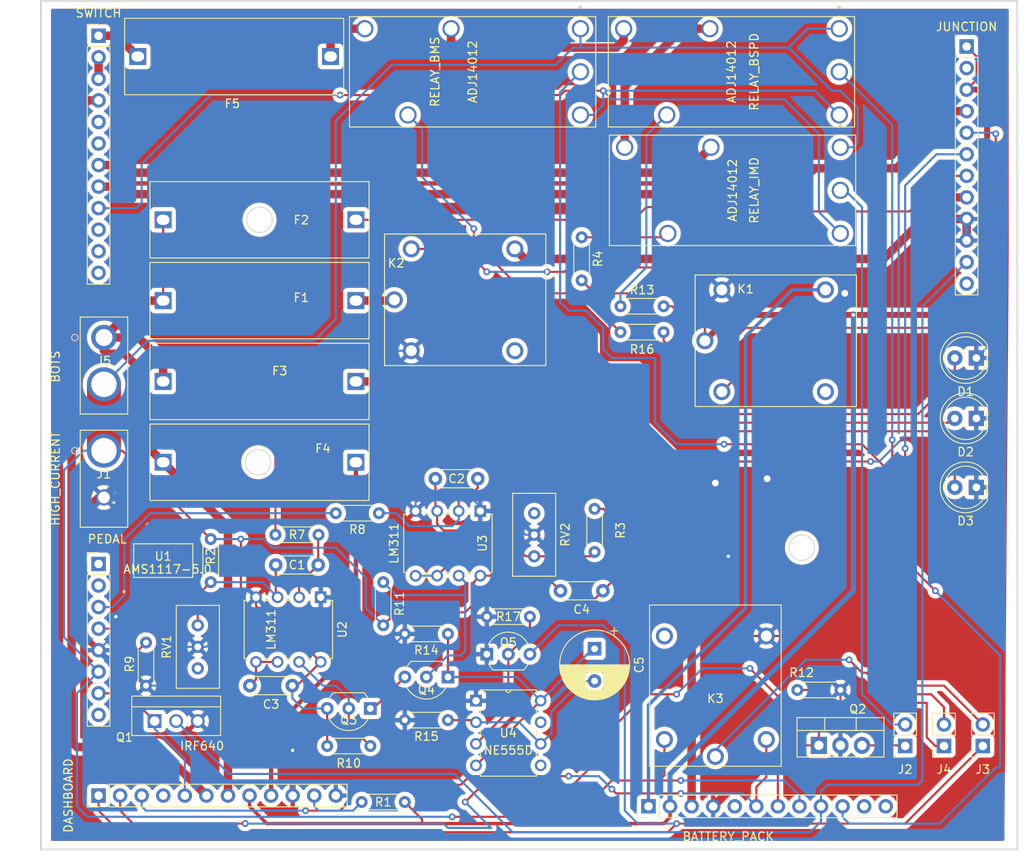
<source format=kicad_pcb>
(kicad_pcb (version 20211014) (generator pcbnew)
  (layers (0 "F.Cu" signal) (31 "B.Cu" signal) (34 "B.Paste" user) (35 "F.Paste" user) (36 "B.SilkS" user "B.Silkscreen") (37 "F.SilkS" user "F.Silkscreen") (38 "B.Mask" user) (39 "F.Mask" user) (44 "Edge.Cuts" user))
  (net 0 "")
  (net 1 "Net-(Q4-Pad2)")
  (net 2 "BOTS_IN")
  (net 3 "Net-(Q3-Pad2)")
  (net 4 "BRAKE_GND")
  (net 5 "BRAKE_OUT")
  (net 6 "Net-(C2-Pad1)")
  (net 7 "BRAKE")
  (net 8 "Net-(C1-Pad1)")
  (net 9 "Net-(R4-Pad1)")
  (net 10 "Net-(D1-Pad2)")
  (net 11 "Net-(C2-Pad2)")
  (net 12 "Net-(C1-Pad2)")
  (net 13 "AIR-_ACTIVE")
  (net 14 "HV_ACTIVE_LED")
  (net 15 "Net-(Q5-Pad2)")
  (net 16 "Net-(R16-Pad1)")
  (net 17 "Net-(D3-Pad2)")
  (net 18 "Net-(C5-Pad2)")
  (net 19 "Net-(C5-Pad1)")
  (net 20 "Net-(R13-Pad1)")
  (net 21 "Net-(D2-Pad2)")
  (net 22 "IMD_FAULT")
  (net 25 "Net-(Q3-Pad1)")
  (net 26 "BSPD_FAULT")
  (net 27 "Net-(J2-Pad1)")
  (net 30 "Net-(C3-Pad2)")
  (net 31 "Net-(C4-Pad2)")
  (net 32 "BRAKE_LIGHT-")
  (net 33 "BMS_FAULT")
  (net 34 "Net-(J4-Pad1)")
  (net 37 "Net-(F1-Pad1)")
  (net 38 "LV_INV")
  (net 39 "AIR+_ACTIVE_SIG")
  (net 40 "AIR+_ACTIVE")
  (net 41 "BRAKE_PWR")
  (net 42 "Net-(J4-Pad2)")
  (net 43 "SHUTDOWN_RESET")
  (net 44 "Net-(RELAY_BMS1-Pad2)")
  (net 45 "Net-(F5-Pad2)")
  (net 46 "Net-(J3-Pad2)")
  (net 47 "Net-(RELAY_BSPD1-Pad2)")
  (net 48 "Net-(J2-Pad2)")
  (net 49 "HV_MASTER_OUT")
  (net 50 "HV_AUX3_OUT")
  (net 51 "LV_ECU")
  (net 52 "BOTS_OUT")
  (net 53 "LV_TSAL")
  (net 54 "LV_PACK")
  (net 56 "HV_AUX1_OUT")
  (net 57 "HVD_INTERLOCK_OUT")
  (net 59 "BMS_HALL")
  (net 62 "HV_AUX2_OUT")
  (footprint "LED_THT:LED_D5.0mm" (layer "F.Cu") (at 164.343 116.84 180)
    (fp_text reference "D2")
    (fp_text value "LED")
  )
  (footprint "LED_THT:LED_D5.0mm" (layer "F.Cu") (at 164.343 109.728 180)
    (fp_text reference "D1")
    (fp_text value "LED")
  )
  (footprint "LED_THT:LED_D5.0mm" (layer "F.Cu") (at 164.343 124.968 180)
    (fp_text reference "D3")
    (fp_text value "LED")
  )
  (footprint "Resistor_THT:R_Axial_DIN0204_L3.6mm_D1.6mm_P5.08mm_Horizontal" (layer "F.Cu") (at 66.548 148.336 90)
    (fp_text reference "R9")
    (fp_text value "10k")
  )
  (footprint "Goolgle_Drive_Library:ADJ14012" (layer "F.Cu") (at 148.1965 70.9218 -90)
    (fp_text reference "RELAY_BSPD")
    (fp_text value "ADJ14012")
  )
  (footprint "Connector_PinSocket_2.54mm:PinSocket_1x02_P2.54mm_Vertical" (layer "F.Cu") (at 155.956 155.448 180)
    (fp_text reference "J2")
    (fp_text value "Conn_01x02_Male")
  )
  (footprint "Resistor_THT:R_Axial_DIN0204_L3.6mm_D1.6mm_P5.08mm_Horizontal" (layer "F.Cu") (at 122.428 103.632)
    (fp_text reference "R13")
    (fp_text value "10k")
  )
  (footprint "Resistor_THT:R_Axial_DIN0204_L3.6mm_D1.6mm_P5.08mm_Horizontal" (layer "F.Cu") (at 102.108 152.4 180)
    (fp_text reference "R15")
    (fp_text value "62k")
  )
  (footprint "Package_TO_SOT_THT:TO-92_Inline_Wide" (layer "F.Cu") (at 106.68 144.632)
    (fp_text reference "Q5")
    (fp_text value "2N3904")
  )
  (footprint "Goolgle_Drive_Library:646SERIES_FUSEHOLDER" (layer "F.Cu") (at 64.03 78.7)
    (fp_text reference "F5")
    (fp_text value "4A Fuse")
  )
  (footprint "Connector_PinSocket_2.54mm:PinSocket_1x02_P2.54mm_Vertical" (layer "F.Cu") (at 160.528 155.448 180)
    (fp_text reference "J4")
    (fp_text value "Conn_01x02_Male")
  )
  (footprint "Resistor_THT:R_Axial_DIN0204_L3.6mm_D1.6mm_P5.08mm_Horizontal" (layer "F.Cu") (at 102.108 142.24 180)
    (fp_text reference "R14")
    (fp_text value "4.7k")
  )
  (footprint "Goolgle_Drive_Library:646SERIES_FUSEHOLDER" (layer "F.Cu") (at 92.815 117.515 180)
    (fp_text reference "F4")
    (fp_text value "2A Fuse")
  )
  (footprint "Connector_PinHeader_2.54mm:PinHeader_1x12_P2.54mm_Vertical" (layer "F.Cu") (at 60.96 161.29 90)
    (fp_text reference "DASHBOARD")
    (fp_text value "Conn_01x12_Male")
  )
  (footprint "Resistor_THT:R_Axial_DIN0204_L3.6mm_D1.6mm_P5.08mm_Horizontal" (layer "F.Cu") (at 86.868 130.556 180)
    (fp_text reference "R7")
    (fp_text value "1k")
  )
  (footprint "Goolgle_Drive_Library:646SERIES_FUSEHOLDER" (layer "F.Cu") (at 92.815 107.99 180)
    (fp_text reference "F3")
    (fp_text value "4A Fuse")
  )
  (footprint "Package_TO_SOT_THT:TO-220-3_Vertical" (layer "F.Cu") (at 145.796 155.377)
    (fp_text reference "Q2")
    (fp_text value "IRF9540N")
  )
  (footprint "Resistor_THT:R_Axial_DIN0204_L3.6mm_D1.6mm_P5.08mm_Horizontal" (layer "F.Cu") (at 94.488 136.144 -90)
    (fp_text reference "R11")
    (fp_text value "10k")
  )
  (footprint "Goolgle_Drive_Library:HR702NH-DC12V" (layer "F.Cu") (at 125.854 157.836 90)
    (fp_text reference "K3")
    (fp_text value "HR702NH-DC12V")
  )
  (footprint "Goolgle_Drive_Library:IRF640NPBF" (layer "F.Cu") (at 67.564 152.5143)
    (fp_text reference "Q1")
    (fp_text value "IRF640")
  )
  (footprint "Connector_PinHeader_2.54mm:PinHeader_1x08_P2.54mm_Vertical" (layer "F.Cu") (at 60.96 134)
    (fp_text reference "PEDAL")
    (fp_text value "Conn_01x08_Male")
  )
  (footprint "Goolgle_Drive_Library:ADJ14012" (layer "F.Cu") (at 117.7165 70.9218 -90)
    (fp_text reference "RELAY_BMS")
    (fp_text value "ADJ14012")
  )
  (footprint "Goolgle_Drive_Library:0039281023 5566-02A" (layer "F.Cu") (at 61.595 107.315)
    (fp_text reference "J5")
    (fp_text value "BOTS")
  )
  (footprint "Resistor_THT:R_Axial_DIN0204_L3.6mm_D1.6mm_P5.08mm_Horizontal" (layer "F.Cu") (at 119.38 132.588 90)
    (fp_text reference "R3")
    (fp_text value "4.7k")
  )
  (footprint "Resistor_THT:R_Axial_DIN0204_L3.6mm_D1.6mm_P5.08mm_Horizontal" (layer "F.Cu") (at 148.336 148.844 180)
    (fp_text reference "R12")
    (fp_text value "10k")
  )
  (footprint "Connector_PinSocket_2.54mm:PinSocket_1x02_P2.54mm_Vertical" (layer "F.Cu") (at 165.1 155.448 180)
    (fp_text reference "J3")
    (fp_text value "Conn_01x02_Male")
  )
  (footprint "Package_TO_SOT_THT:TO-92_Inline_Wide" (layer "F.Cu") (at 102.108 147.32 180)
    (fp_text reference "Q4")
    (fp_text value "2N3904")
  )
  (footprint "Package_TO_SOT_THT:TO-92_Inline_Wide" (layer "F.Cu") (at 92.964 151.024 180)
    (fp_text reference "Q3")
    (fp_text value "2N3904")
  )
  (footprint "Capacitor_THT:C_Disc_D4.3mm_W1.9mm_P5.00mm" (layer "F.Cu") (at 105.624 123.952 180)
    (fp_text reference "C2")
    (fp_text value "1nF")
  )
  (footprint "Potentiometer_THT:Potentiometer_Bourns_3296W_Vertical" (layer "F.Cu") (at 72.644 141.224 90)
    (fp_text reference "RV1")
    (fp_text value "R_Potentiometer_US")
  )
  (footprint "Goolgle_Drive_Library:ADJ14012" (layer "F.Cu") (at 148.3235 84.8918 -90)
    (fp_text reference "RELAY_IMD")
    (fp_text value "ADJ14012")
  )
  (footprint "Resistor_THT:R_Axial_DIN0204_L3.6mm_D1.6mm_P5.08mm_Horizontal" (layer "F.Cu") (at 74.168 136.144 90)
    (fp_text reference "R2")
    (fp_text value "4.7k")
  )
  (footprint "Connector_PinHeader_2.54mm:PinHeader_1x12_P2.54mm_Vertical" (layer "F.Cu") (at 163.195 73.02)
    (fp_text reference "JUNCTION")
    (fp_text value "Conn_01x12_Male")
  )
  (footprint "Potentiometer_THT:Potentiometer_Bourns_3296W_Vertical" (layer "F.Cu") (at 112.268 133.096 -90)
    (fp_text reference "RV2")
    (fp_text value "R_Potentiometer_US")
  )
  (footprint "Goolgle_Drive_Library:LM311P" (layer "F.Cu") (at 87.122 137.922 -90)
    (fp_text reference "U2")
    (fp_text value "LM311")
  )
  (footprint "Resistor_THT:R_Axial_DIN0204_L3.6mm_D1.6mm_P5.08mm_Horizontal" (layer "F.Cu") (at 122.428 106.68)
    (fp_text reference "R16")
    (fp_text value "10k")
  )
  (footprint "Goolgle_Drive_Library:646SERIES_FUSEHOLDER" (layer "F.Cu") (at 92.815 98.465 180)
    (fp_text reference "F1")
    (fp_text value "4A Fuse")
  )
  (footprint "Resistor_THT:R_Axial_DIN0204_L3.6mm_D1.6mm_P5.08mm_Horizontal" (layer "F.Cu") (at 97.028 162.052 180)
    (fp_text reference "R1")
    (fp_text value "10k")
  )
  (footprint "Capacitor_THT:C_Disc_D4.3mm_W1.9mm_P5.00mm" (layer "F.Cu") (at 86.828 134.112 180)
    (fp_text reference "C1")
    (fp_text value "1nF")
  )
  (footprint "Goolgle_Drive_Library:AMS1117-5.0" (layer "F.Cu") (at 68.58 133.604)
    (fp_text reference "U1")
    (fp_text value "AMS1117-5.0")
  )
  (footprint "Goolgle_Drive_Library:646SERIES_FUSEHOLDER" (layer "F.Cu") (at 92.815 88.94 180)
    (fp_text reference "F2")
    (fp_text value "1A Fuse")
  )
  (footprint "Resistor_THT:R_Axial_DIN0204_L3.6mm_D1.6mm_P5.08mm_Horizontal" (layer "F.Cu") (at 117.856 95.504 -90)
    (fp_text reference "R4")
    (fp_text value "10k")
  )
  (footprint "Connector_PinHeader_2.54mm:PinHeader_1x12_P2.54mm_Vertical" (layer "F.Cu") (at 125.725 162.56 90)
    (fp_text reference "BATTERY_PACK")
    (fp_text value "Conn_01x12_Male")
  )
  (footprint "Goolgle_Drive_Library:LM311P" (layer "F.Cu") (at 105.918 127.762 -90)
    (fp_text reference "U3")
    (fp_text value "LM311")
  )
  (footprint "Capacitor_THT:C_Disc_D4.3mm_W1.9mm_P5.00mm" (layer "F.Cu") (at 83.78 148.336 180)
    (fp_text reference "C3")
    (fp_text value "1nF")
  )
  (footprint "Goolgle_Drive_Library:NE555P" (layer "F.Cu") (at 113.03 157.734)
    (fp_text reference "U4")
    (fp_text value "NE555D")
  )
  (footprint "Goolgle_Drive_Library:0039281023 5566-02A" (layer "F.Cu") (at 61.595 120.65)
    (fp_text reference "J1")
    (fp_text value "HIGH_CURRENT")
  )
  (footprint "Capacitor_THT:CP_Radial_D8.0mm_P3.80mm" (layer "F.Cu") (at 119.38 143.993349 -90)
    (fp_text reference "C5")
    (fp_text value "10uF")
  )
  (footprint "Connector_PinHeader_2.54mm:PinHeader_1x12_P2.54mm_Vertical" (layer "F.Cu") (at 60.96 71.75)
    (fp_text reference "SWITCH")
    (fp_text value "Conn_01x12_Male")
  )
  (footprint "Resistor_THT:R_Axial_DIN0204_L3.6mm_D1.6mm_P5.08mm_Horizontal" (layer "F.Cu") (at 93.98 128.016 180)
    (fp_text reference "R8")
    (fp_text value "1k")
  )
  (footprint "Resistor_THT:R_Axial_DIN0204_L3.6mm_D1.6mm_P5.08mm_Horizontal" (layer "F.Cu") (at 87.884 155.448)
    (fp_text reference "R10")
    (fp_text value "10k")
  )
  (footprint "Goolgle_Drive_Library:HR702NH-DC12V" (layer "F.Cu") (at 131.216 99.946)
    (fp_text reference "K1")
    (fp_text value "HR702NH-DC12V")
  )
  (footprint "Goolgle_Drive_Library:HR702NH-DC12V" (layer "F.Cu") (at 94.64 95.12)
    (fp_text reference "K2")
    (fp_text value "HR702NH-DC12V")
  )
  (footprint "Resistor_THT:R_Axial_DIN0204_L3.6mm_D1.6mm_P5.08mm_Horizontal" (layer "F.Cu") (at 111.76 140.208 180)
    (fp_text reference "R17")
    (fp_text value "1k")
  )
  (footprint "Capacitor_THT:C_Disc_D4.3mm_W1.9mm_P5.00mm" (layer "F.Cu") (at 120.356 137.16 180)
    (fp_text reference "C4")
    (fp_text value "1nF")
  )
  (gr_circle (center 79.915 93.44) (end 81.415 93.44) (layer "Edge.Cuts") (width 0.1) (fill none))
  (gr_rect (start 54.164 67.64) (end 169.164 167.64) (layer "Edge.Cuts") (width 0.2) (fill none))
  (gr_circle (center 143.788 132.08) (end 145.288 132.08) (layer "Edge.Cuts") (width 0.1) (fill none))
  (gr_circle (center 79.756 122.015) (end 81.256 122.015) (layer "Edge.Cuts") (width 0.1) (fill none))
  (segment (start 99.568 147.32) (end 102.108 144.78) (width 0.25) (layer "B.Cu") (net 1))
  (segment (start 96.012 137.668) (end 94.488 136.144) (width 0.25) (layer "B.Cu") (net 1))
  (segment (start 102.108 144.78) (end 103.632 144.78) (width 0.25) (layer "B.Cu") (net 1))
  (segment (start 104.14 144.272) (end 104.14 137.668) (width 0.25) (layer "B.Cu") (net 1))
  (segment (start 104.14 136.144) (end 103.378 135.382) (width 0.25) (layer "B.Cu") (net 1))
  (segment (start 104.14 137.668) (end 104.14 136.144) (width 0.25) (layer "B.Cu") (net 1))
  (segment (start 103.632 144.78) (end 104.14 144.272) (width 0.25) (layer "B.Cu") (net 1))
  (segment (start 104.14 137.668) (end 96.012 137.668) (width 0.25) (layer "B.Cu") (net 1))
  (segment (start 127 159.512) (end 127.604 158.908) (width 0.25) (layer "F.Cu") (net 2))
  (segment (start 117.1315 163.7925) (end 121.412 159.512) (width 0.25) (layer "F.Cu") (net 2))
  (segment (start 127 159.512) (end 129.54 159.512) (width 0.25) (layer "F.Cu") (net 2))
  (segment (start 70.87 134.362) (end 70.87 136.8679) (width 0.25) (layer "F.Cu") (net 2))
  (segment (start 87.122 145.542) (end 84.328 148.336) (width 0.25) (layer "F.Cu") (net 2))
  (segment (start 121.372 136.144) (end 120.356 137.16) (width 0.25) (layer "F.Cu") (net 2))
  (segment (start 72.644 129.54) (end 72.644 132.588) (width 0.25) (layer "F.Cu") (net 2))
  (segment (start 120.396 127.508) (end 121.412 128.524) (width 0.25) (layer "F.Cu") (net 2))
  (segment (start 114.808 139.192) (end 118.324 139.192) (width 0.25) (layer "F.Cu") (net 2))
  (segment (start 72.644 129.54) (end 74.168 131.064) (width 0.25) (layer "F.Cu") (net 2))
  (segment (start 105.918 135.382) (end 110.998 135.382) (width 0.25) (layer "F.Cu") (net 2))
  (segment (start 84.328 148.336) (end 83.78 148.336) (width 0.25) (layer "F.Cu") (net 2))
  (segment (start 96.012 139.7) (end 94.488 141.224) (width 0.25) (layer "F.Cu") (net 2))
  (segment (start 104.14 139.7) (end 96.012 139.7) (width 0.25) (layer "F.Cu") (net 2))
  (segment (start 61.595 120.65) (end 63.754 120.65) (width 0.25) (layer "F.Cu") (net 2))
  (segment (start 87.884 155.448) (end 87.884 151.024) (width 0.25) (layer "F.Cu") (net 2))
  (segment (start 118.324 139.192) (end 120.356 137.16) (width 0.25) (layer "F.Cu") (net 2))
  (segment (start 121.412 136.144) (end 121.372 136.144) (width 0.25) (layer "F.Cu") (net 2))
  (segment (start 121.412 128.524) (end 121.412 136.144) (width 0.25) (layer "F.Cu") (net 2))
  (segment (start 87.122 145.542) (end 83.82 142.24) (width 0.25) (layer "F.Cu") (net 2))
  (segment (start 83.82 142.24) (end 79.248 142.24) (width 0.25) (layer "F.Cu") (net 2))
  (segment (start 61.595 120.65) (end 61.595 112.8268) (width 4) (layer "F.Cu") (net 2))
  (segment (start 105.156 136.144) (end 105.156 138.684) (width 0.25) (layer "F.Cu") (net 2))
  (segment (start 121.412 159.512) (end 127 159.512) (width 0.25) (layer "F.Cu") (net 2))
  (segment (start 119.38 127.508) (end 120.396 127.508) (width 0.25) (layer "F.Cu") (net 2))
  (segment (start 110.998 135.382) (end 114.808 139.192) (width 0.25) (layer "F.Cu") (net 2))
  (segment (start 79.248 142.24) (end 77.724 140.716) (width 0.25) (layer "F.Cu") (net 2))
  (segment (start 72.644 132.588) (end 70.87 134.362) (width 0.25) (layer "F.Cu") (net 2))
  (segment (start 77.724 140.716) (end 77.724 131.064) (width 0.25) (layer "F.Cu") (net 2))
  (segment (start 105.918 135.382) (end 105.156 136.144) (width 0.25) (layer "F.Cu") (net 2))
  (segment (start 102.616 163.7925) (end 117.1315 163.7925) (width 0.25) (layer "F.Cu") (net 2))
  (segment (start 105.156 138.684) (end 104.14 139.7) (width 0.25) (layer "F.Cu") (net 2))
  (segment (start 63.754 120.65) (end 72.644 129.54) (width 0.25) (layer "F.Cu") (net 2))
  (segment (start 127.604 158.908) (end 127.604 154.686) (width 0.25) (layer "F.Cu") (net 2))
  (via (at 102.616 163.7925) (size 0.8) (drill 0.4) (layers "F.Cu" "B.Cu") (net 2))
  (via (at 77.724 131.064) (size 0.8) (drill 0.4) (layers "F.Cu" "B.Cu") (net 2))
  (via (at 129.54 159.512) (size 0.8) (drill 0.4) (layers "F.Cu" "B.Cu") (net 2))
  (segment (start 147.32 78.232) (end 142.24 73.152) (width 0.25) (layer "B.Cu") (net 2))
  (segment (start 80.3703 131.064) (end 81.3863 132.08) (width 0.25) (layer "B.Cu") (net 2))
  (segment (start 83.78 149.82) (end 84.984 151.024) (width 0.25) (layer "B.Cu") (net 2))
  (segment (start 148.336 78.232) (end 147.32 78.232) (width 0.25) (layer "B.Cu") (net 2))
  (segment (start 77.724 131.064) (end 80.3703 131.064) (width 0.25) (layer "B.Cu") (net 2))
  (segment (start 114.808 75.184) (end 116.332 73.66) (width 0.25) (layer "B.Cu") (net 2))
  (segment (start 143.505 161.285) (end 143.505 162.56) (width 0.25) (layer "B.Cu") (net 2))
  (segment (start 116.84 73.152) (end 117.856 73.152) (width 0.25) (layer "B.Cu") (net 2))
  (segment (start 83.78 148.336) (end 83.78 149.82) (width 0.25) (layer "B.Cu") (net 2))
  (segment (start 148.3235 84.8918) (end 149.8042 84.8918) (width 0.25) (layer "B.Cu") (net 2))
  (segment (start 81.3863 132.08) (end 88.9 132.08) (width 0.25) (layer "B.Cu") (net 2))
  (segment (start 74.168 131.064) (end 77.724 131.064) (width 0.25) (layer "B.Cu") (net 2))
  (segment (start 60.96 146.7) (end 58.42 149.24) (width 0.25) (layer "B.Cu") (net 2))
  (segment (start 149.8042 84.8918) (end 150.368 84.328) (width 0.25) (layer "B.Cu") (net 2))
  (segment (start 59.6525 163.7925) (end 102.616 163.7925) (width 0.25) (layer "B.Cu") (net 2))
  (segment (start 58.42 149.24) (end 58.42 162.56) (width 0.25) (layer "B.Cu") (net 2))
  (segment (start 117.856 73.152) (end 137.668 73.152) (width 0.25) (layer "B.Cu") (net 2))
  (segment (start 144.4702 70.9218) (end 148.1965 70.9218) (width 0.25) (layer "B.Cu") (net 2))
  (segment (start 84.984 151.024) (end 87.884 151.024) (width 0.25) (layer "B.Cu") (net 2))
  (segment (start 88.9 81.788) (end 95.504 75.184) (width 0.25) (layer "B.Cu") (net 2))
  (segment (start 117.7165 70.9218) (end 117.7165 73.0125) (width 0.25) (layer "B.Cu") (net 2))
  (segment (start 86.36 107.696) (end 88.9 105.156) (width 0.25) (layer "B.Cu") (net 2))
  (segment (start 116.332 73.66) (end 116.84 73.152) (width 0.25) (layer "B.Cu") (net 2))
  (segment (start 61.595 112.8268) (end 66.7258 107.696) (width 0.25) (layer "B.Cu") (net 2))
  (segment (start 66.7258 107.696) (end 86.36 107.696) (width 0.25) (layer "B.Cu") (net 2))
  (segment (start 141.732 159.512) (end 143.505 161.285) (width 0.25) (layer "B.Cu") (net 2))
  (segment (start 142.24 73.152) (end 144.4702 70.9218) (width 0.25) (layer "B.Cu") (net 2))
  (segment (start 92.456 135.636) (end 92.456 139.192) (width 0.25) (layer "B.Cu") (net 2))
  (segment (start 150.368 84.328) (end 150.368 80.264) (width 0.25) (layer "B.Cu") (net 2))
  (segment (start 56.896 142.636) (end 56.896 122.936) (width 0.25) (layer "B.Cu") (net 2))
  (segment (start 142.24 73.152) (end 137.668 73.152) (width 0.25) (layer "B.Cu") (net 2))
  (segment (start 56.896 122.936) (end 59.182 120.65) (width 0.25) (layer "B.Cu") (net 2))
  (segment (start 95.504 75.184) (end 114.808 75.184) (width 0.25) (layer "B.Cu") (net 2))
  (segment (start 60.96 146.7) (end 56.896 142.636) (width 0.25) (layer "B.Cu") (net 2))
  (segment (start 88.9 132.08) (end 92.456 135.636) (width 0.25) (layer "B.Cu") (net 2))
  (segment (start 117.7165 73.0125) (end 117.856 73.152) (width 0.25) (layer "B.Cu") (net 2))
  (segment (start 129.54 159.512) (end 141.732 159.512) (width 0.25) (layer "B.Cu") (net 2))
  (segment (start 92.456 139.192) (end 94.488 141.224) (width 0.25) (layer "B.Cu") (net 2))
  (segment (start 88.9 105.156) (end 88.9 81.788) (width 0.25) (layer "B.Cu") (net 2))
  (segment (start 59.182 120.65) (end 61.595 120.65) (width 0.25) (layer "B.Cu") (net 2))
  (segment (start 58.42 162.56) (end 59.6525 163.7925) (width 0.25) (layer "B.Cu") (net 2))
  (segment (start 150.368 80.264) (end 148.336 78.232) (width 0.25) (layer "B.Cu") (net 2))
  (segment (start 90.424 151.024) (end 90.424 152.908) (width 0.25) (layer "F.Cu") (net 3))
  (segment (start 90.424 152.908) (end 92.964 155.448) (width 0.25) (layer "F.Cu") (net 3))
  (segment (start 87.376 148.336) (end 88.9 148.336) (width 0.25) (layer "B.Cu") (net 3))
  (segment (start 84.582 145.542) (end 87.376 148.336) (width 0.25) (layer "B.Cu") (net 3))
  (segment (start 88.9 148.336) (end 90.424 149.86) (width 0.25) (layer "B.Cu") (net 3))
  (segment (start 90.424 149.86) (end 90.424 151.024) (width 0.25) (layer "B.Cu") (net 3))
  (segment (start 135.128 133.096) (end 135.128 143.256) (width 1) (layer "F.Cu") (net 4))
  (segment (start 135.128 153.924) (end 136.652 155.448) (width 1) (layer "F.Cu") (net 4))
  (segment (start 139.192 124.46) (end 139.7 123.952) (width 1) (layer "F.Cu") (net 4))
  (segment (start 106.68 147.828) (end 105.41 149.098) (width 0.25) (layer "F.Cu") (net 4))
  (segment (start 164.343 109.728) (end 164.343 116.84) (width 0.25) (layer "F.Cu") (net 4))
  (segment (start 164.343 124.968) (end 164.343 116.84) (width 0.25) (layer "F.Cu") (net 4))
  (segment (start 148.844 102.108) (end 151.384 102.108) (width 1) (layer "F.Cu") (net 4))
  (segment (start 87.122 138.938) (end 87.122 137.922) (width 0.25) (layer "F.Cu") (net 4))
  (segment (start 58.928 142.128) (end 58.928 128.016) (width 0.7) (layer "F.Cu") (net 4))
  (segment (start 83.82 159.512) (end 88.392 159.512) (width 0.25) (layer "F.Cu") (net 4))
  (segment (start 60.96 144.16) (end 58.928 142.128) (width 0.7) (layer "F.Cu") (net 4))
  (segment (start 148.336 155.377) (end 148.336 148.844) (width 0.25) (layer "F.Cu") (net 4))
  (segment (start 60.7822 126.1618) (end 61.595 126.1618) (width 0.25) (layer "F.Cu") (net 4))
  (segment (start 148.844 99.568) (end 151.384 102.108) (width 0.25) (layer "F.Cu") (net 4))
  (segment (start 161.168 93.34) (end 163.195 93.34) (width 1) (layer "F.Cu") (net 4))
  (segment (start 88.9 160.02) (end 88.9 161.29) (width 0.25) (layer "F.Cu") (net 4))
  (segment (start 163.195 93.34) (end 163.195 95.88) (width 1) (layer "F.Cu") (net 4))
  (segment (start 135.128 143.256) (end 135.128 153.924) (width 1) (layer "F.Cu") (net 4))
  (segment (start 135.128 143.256) (end 135.898 142.486) (width 0.25) (layer "F.Cu") (net 4))
  (segment (start 79.502 137.922) (end 79.502 138.938) (width 0.25) (layer "F.Cu") (net 4))
  (segment (start 141.978 142.486) (end 148.336 148.844) (width 0.25) (layer "F.Cu") (net 4))
  (segment (start 106.68 140.208) (end 106.68 144.632) (width 0.25) (layer "F.Cu") (net 4))
  (segment (start 136.494 99.568) (end 148.844 99.568) (width 0.25) (layer "F.Cu") (net 4))
  (segment (start 66.29 136.8679) (end 66.29 136.91) (width 0.25) (layer "F.Cu") (net 4))
  (segment (start 66.29 136.91) (end 62.992 140.208) (width 0.25) (layer "F.Cu") (net 4))
  (segment (start 136.652 159.253) (end 133.345 162.56) (width 1) (layer "F.Cu") (net 4))
  (segment (start 79.502 138.938) (end 80.264 139.7) (width 0.25) (layer "F.Cu") (net 4))
  (segment (start 134.366 101.696) (end 136.494 99.568) (width 0.25) (layer "F.Cu") (net 4))
  (segment (start 105.41 149.098) (end 105.41 150.114) (width 0.25) (layer "F.Cu") (net 4))
  (segment (start 80.264 139.7) (end 86.36 139.7) (width 0.25) (layer "F.Cu") (net 4))
  (segment (start 135.898 142.486) (end 139.604 142.486) (width 0.25) (layer "F.Cu") (net 4))
  (segment (start 58.928 128.016) (end 60.7822 126.1618) (width 0.7) (layer "F.Cu") (net 4))
  (segment (start 83.82 159.512) (end 83.82 155.956) (width 0.7) (layer "F.Cu") (net 4))
  (segment (start 151.384 102.108) (end 152.4 102.108) (width 1) (layer "F.Cu") (net 4))
  (segment (start 133.604 124.46) (end 139.192 124.46) (width 1) (layer "F.Cu") (net 4))
  (segment (start 83.82 161.29) (end 83.82 159.512) (width 0.7) (layer "F.Cu") (net 4))
  (segment (start 152.4 102.108) (end 161.168 93.34) (width 1) (layer "F.Cu") (net 4))
  (segment (start 86.36 139.7) (end 87.122 138.938) (width 0.25) (layer "F.Cu") (net 4))
  (segment (start 106.68 144.632) (end 106.68 147.828) (width 0.25) (layer "F.Cu") (net 4))
  (segment (start 136.652 155.448) (end 136.652 159.253) (width 1) (layer "F.Cu") (net 4))
  (segment (start 88.392 159.512) (end 88.9 160.02) (width 0.25) (layer "F.Cu") (net 4))
  (segment (start 139.604 142.486) (end 141.978 142.486) (width 0.25) (layer "F.Cu") (net 4))
  (via (at 133.604 124.46) (size 1) (drill 0.8) (layers "F.Cu" "B.Cu") (net 4))
  (via (at 139.7 123.952) (size 1) (drill 0.8) (layers "F.Cu" "B.Cu") (net 4))
  (via (at 148.844 102.108) (size 1) (drill 0.8) (layers "F.Cu" "B.Cu") (net 4))
  (via (at 83.82 155.956) (size 0.7) (drill 0.4) (layers "F.Cu" "B.Cu") (net 4))
  (via (at 135.128 133.096) (size 1) (drill 0.4) (layers "F.Cu" "B.Cu") (net 4))
  (via (at 62.992 140.208) (size 0.8) (drill 0.4) (layers "F.Cu" "B.Cu") (net 4))
  (segment (start 96.52 123.952) (end 96.52 121.92) (width 1) (layer "B.Cu") (net 4))
  (segment (start 67.056 115.824) (end 86.868 115.824) (width 1) (layer "B.Cu") (net 4))
  (segment (start 95.504 148.844) (end 96.774 150.114) (width 0.25) (layer "B.Cu") (net 4))
  (segment (start 165.608 108.463) (end 165.608 97.028) (width 0.25) (layer "B.Cu") (net 4))
  (segment (start 65.532 117.348) (end 67.056 115.824) (width 1) (layer "B.Cu") (net 4))
  (segment (start 98.298 127.762) (end 98.298 126.746) (width 0.25) (layer "B.Cu") (net 4))
  (segment (start 66.548 148.336) (end 68.4657 148.336) (width 0.25) (layer "B.Cu") (net 4))
  (segment (start 79.502 137.922) (end 73.66 143.764) (width 0.25) (layer "B.Cu") (net 4))
  (segment (start 164.343 109.728) (end 165.608 108.463) (width 0.25) (layer "B.Cu") (net 4))
  (segment (start 93.314 108.87) (end 91.948 110.236) (width 0.25) (layer "B.Cu") (net 4))
  (segment (start 114.808 118.364) (end 120.396 118.364) (width 1) (layer "B.Cu") (net 4))
  (segment (start 88.138 137.922) (end 87.122 137.922) (width 0.25) (layer "B.Cu") (net 4))
  (segment (start 71.12 143.764) (end 72.644 143.764) (width 0.25) (layer "B.Cu") (net 4))
  (segment (start 74.676 149.86) (end 72.644 149.86) (width 0.7) (layer "B.Cu") (net 4))
  (segment (start 164.46 95.88) (end 163.195 95.88) (width 0.25) (layer "B.Cu") (net 4))
  (segment (start 65.532 122.2248) (end 65.532 117.348) (width 1) (layer "B.Cu") (net 4))
  (segment (start 142.24 109.22) (end 142.24 108.712) (width 1) (layer "B.Cu") (net 4))
  (segment (start 61.595 126.1618) (end 77.5462 126.1618) (width 1) (layer "B.Cu") (net 4))
  (segment (start 77.5462 126.1618) (end 78.232 125.476) (width 1) (layer "B.Cu") (net 4))
  (segment (start 105.156 126.492) (end 105.918 127.254) (width 0.25) (layer "B.Cu") (net 4))
  (segment (start 96.52 124.46) (end 96.012 124.46) (width 0.25) (layer "B.Cu") (net 4))
  (segment (start 68.4657 148.336) (end 72.644 152.5143) (width 0.25) (layer "B.Cu") (net 4))
  (segment (start 110.744 130.048) (end 111.252 130.556) (width 0.25) (layer "B.Cu") (net 4))
  (segment (start 95.504 143.764) (end 95.504 148.844) (width 0.25) (layer "B.Cu") (net 4))
  (segment (start 97.79 108.87) (end 93.314 108.87) (width 0.25) (layer "B.Cu") (net 4))
  (segment (start 120.396 118.364) (end 135.128 133.096) (width 1) (layer "B.Cu") (net 4))
  (segment (start 78.74 124.968) (end 95.504 124.968) (width 1) (layer "B.Cu") (net 4))
  (segment (start 111.252 130.556) (end 112.268 130.556) (width 0.25) (layer "B.Cu") (net 4))
  (segment (start 107.696 126.492) (end 110.744 129.54) (width 0.25) (layer "B.Cu") (net 4))
  (segment (start 64.8208 122.936) (end 65.532 122.2248) (width 1) (layer "B.Cu") (net 4))
  (segment (start 131.064 124.46) (end 133.604 124.46) (width 1) (layer "B.Cu") (net 4))
  (segment (start 100.076 118.364) (end 114.808 118.364) (width 1) (layer "B.Cu") (net 4))
  (segment (start 110.744 129.54) (end 110.744 130.048) (width 0.25) (layer "B.Cu") (net 4))
  (segment (start 95.504 124.968) (end 96.012 124.46) (width 1) (layer "B.Cu") (net 4))
  (segment (start 98.552 126.492) (end 96.52 124.46) (width 0.25) (layer "B.Cu") (net 4))
  (segment (start 96.012 124.46) (end 96.52 123.952) (width 1) (layer "B.Cu") (net 4))
  (segment (start 105.156 126.492) (end 107.696 126.492) (width 0.25) (layer "B.Cu") (net 4))
  (segment (start 142.24 108.712) (end 148.844 102.108) (width 1) (layer "B.Cu") (net 4))
  (segment (start 88.392 110.236) (end 86.868 111.76) (width 0.25) (layer "B.Cu") (net 4))
  (segment (start 96.774 150.114) (end 105.41 150.114) (width 0.25) (layer "B.Cu") (net 4))
  (segment (start 61.595 126.1618) (end 64.8208 122.936) (width 1) (layer "B.Cu") (net 4))
  (segment (start 96.774 150.114) (end 97.028 150.368) (width 0.25) (layer "B.Cu") (net 4))
  (segment (start 98.298 126.746) (end 98.552 126.492) (width 0.25) (layer "B.Cu") (net 4))
  (segment (start 142.24 121.412) (end 142.24 109.22) (width 1) (layer "B.Cu") (net 4))
  (segment (start 80.772 155.956) (end 74.676 149.86) (width 0.7) (layer "B.Cu") (net 4))
  (segment (start 63.104 146.304) (end 60.96 144.16) (width 0.7) (layer "B.Cu") (net 4))
  (segment (start 62.992 140.208) (end 62.992 142.128) (width 0.25) (layer "B.Cu") (net 4))
  (segment (start 83.82 155.956) (end 80.772 155.956) (width 0.7) (layer "B.Cu") (net 4))
  (segment (start 96.52 121.92) (end 100.076 118.364) (width 1) (layer "B.Cu") (net 4))
  (segment (start 68.4657 148.336) (end 68.4657 146.9263) (width 0.25) (layer "B.Cu") (net 4))
  (segment (start 91.948 110.236) (end 88.392 110.236) (width 0.25) (layer "B.Cu") (net 4))
  (segment (start 97.028 142.24) (end 95.504 143.764) (width 0.25) (layer "B.Cu") (net 4))
  (segment (start 122.428 115.824) (end 131.064 124.46) (width 1) (layer "B.Cu") (net 4))
  (segment (start 98.552 126.492) (end 105.156 126.492) (width 0.25) (layer "B.Cu") (net 4))
  (segment (start 93.472 143.256) (end 88.138 137.922) (width 0.25) (layer "B.Cu") (net 4))
  (segment (start 95.504 143.764) (end 94.996 143.256) (width 0.25) (layer "B.Cu") (net 4))
  (segment (start 73.66 143.764) (end 72.644 143.764) (width 0.25) (layer "B.Cu") (net 4))
  (segment (start 71.12 144.272) (end 71.12 143.764) (width 0.25) (layer "B.Cu") (net 4))
  (segment (start 86.868 115.824) (end 122.428 115.824) (width 1) (layer "B.Cu") (net 4))
  (segment (start 94.996 143.256) (end 93.472 143.256) (width 0.25) (layer "B.Cu") (net 4))
  (segment (start 78.232 125.476) (end 78.74 124.968) (width 1) (layer "B.Cu") (net 4))
  (segment (start 165.608 97.028) (end 164.46 95.88) (width 0.25) (layer "B.Cu") (net 4))
  (segment (start 139.7 123.952) (end 142.24 121.412) (width 1) (layer "B.Cu") (net 4))
  (segment (start 86.868 111.76) (end 86.868 115.824) (width 0.25) (layer "B.Cu") (net 4))
  (segment (start 68.4657 146.9263) (end 69.088 146.304) (width 0.25) (layer "B.Cu") (net 4))
  (segment (start 69.088 146.304) (end 63.104 146.304) (width 0.7) (layer "B.Cu") (net 4))
  (segment (start 72.644 149.86) (end 69.088 146.304) (width 0.7) (layer "B.Cu") (net 4))
  (segment (start 105.918 127.254) (end 105.918 127.762) (width 0.25) (layer "B.Cu") (net 4))
  (segment (start 69.088 146.304) (end 71.12 144.272) (width 0.25) (layer "B.Cu") (net 4))
  (segment (start 97.028 150.368) (end 97.028 152.4) (width 0.25) (layer "B.Cu") (net 4))
  (segment (start 62.992 142.128) (end 60.96 144.16) (width 0.25) (layer "B.Cu") (net 4))
  (segment (start 64.2897 149.24) (end 67.564 152.5143) (width 0.25) (layer "F.Cu") (net 5))
  (segment (start 60.96 149.24) (end 64.2897 149.24) (width 0.25) (layer "F.Cu") (net 5))
  (segment (start 64.2897 149.24) (end 64.2897 145.5143) (width 0.25) (layer "F.Cu") (net 5))
  (segment (start 64.2897 145.5143) (end 66.548 143.256) (width 0.25) (layer "F.Cu") (net 5))
  (segment (start 67.564 152.5143) (end 67.564 153.416) (width 0.25) (layer "B.Cu") (net 5))
  (segment (start 67.564 153.416) (end 71.12 156.972) (width 0.25) (layer "B.Cu") (net 5))
  (segment (start 71.12 156.972) (end 71.12 161.29) (width 0.25) (layer "B.Cu") (net 5))
  (segment (start 105.156 125.476) (end 105.624 125.008) (width 0.25) (layer "F.Cu") (net 6))
  (segment (start 105.624 125.008) (end 105.624 123.952) (width 0.25) (layer "F.Cu") (net 6))
  (segment (start 103.378 125.73) (end 103.632 125.476) (width 0.25) (layer "F.Cu") (net 6))
  (segment (start 103.378 127.762) (end 103.378 125.73) (width 0.25) (layer "F.Cu") (net 6))
  (segment (start 103.632 125.476) (end 105.156 125.476) (width 0.25) (layer "F.Cu") (net 6))
  (segment (start 97.536 129.54) (end 102.616 129.54) (width 0.25) (layer "B.Cu") (net 6))
  (segment (start 103.378 128.778) (end 103.378 127.762) (width 0.25) (layer "B.Cu") (net 6))
  (segment (start 93.98 128.016) (end 96.012 128.016) (width 0.25) (layer "B.Cu") (net 6))
  (segment (start 96.012 128.016) (end 97.536 129.54) (width 0.25) (layer "B.Cu") (net 6))
  (segment (start 102.616 129.54) (end 103.378 128.778) (width 0.25) (layer "B.Cu") (net 6))
  (segment (start 64.008 137.668) (end 64.008 131.064) (width 0.25) (layer "B.Cu") (net 7))
  (segment (start 64.008 131.064) (end 67.056 128.016) (width 0.25) (layer "B.Cu") (net 7))
  (segment (start 67.056 128.016) (end 88.9 128.016) (width 0.25) (layer "B.Cu") (net 7))
  (segment (start 62.596 139.08) (end 64.008 137.668) (width 0.25) (layer "B.Cu") (net 7))
  (segment (start 60.96 139.08) (end 62.596 139.08) (width 0.25) (layer "B.Cu") (net 7))
  (segment (start 84.582 137.922) (end 84.582 136.358) (width 0.25) (layer "F.Cu") (net 8))
  (segment (start 84.582 136.358) (end 86.828 134.112) (width 0.25) (layer "F.Cu") (net 8))
  (segment (start 86.828 134.112) (end 86.828 130.596) (width 0.25) (layer "F.Cu") (net 8))
  (segment (start 117.856 95.504) (end 127.5513 95.504) (width 0.25) (layer "F.Cu") (net 9))
  (segment (start 127.5513 95.504) (end 128.0035 95.0518) (width 0.25) (layer "F.Cu") (net 9))
  (segment (start 130.048 115.824) (end 130.556 116.332) (width 0.25) (layer "F.Cu") (net 10))
  (segment (start 117.856 100.584) (end 119.38 102.108) (width 0.25) (layer "F.Cu") (net 10))
  (segment (start 161.803 112.009) (end 161.803 109.728) (width 0.25) (layer "F.Cu") (net 10))
  (segment (start 157.48 116.332) (end 161.803 112.009) (width 0.25) (layer "F.Cu") (net 10))
  (segment (start 130.556 116.332) (end 157.48 116.332) (width 0.25) (layer "F.Cu") (net 10))
  (segment (start 129.032 102.108) (end 130.048 103.124) (width 0.25) (layer "F.Cu") (net 10))
  (segment (start 130.048 103.124) (end 130.048 115.824) (width 0.25) (layer "F.Cu") (net 10))
  (segment (start 119.38 102.108) (end 129.032 102.108) (width 0.25) (layer "F.Cu") (net 10))
  (segment (start 118.872 133.096) (end 119.38 132.588) (width 0.25) (layer "F.Cu") (net 11))
  (segment (start 111.252 133.096) (end 112.268 133.096) (width 0.25) (layer "F.Cu") (net 11))
  (segment (start 100.624 127.548) (end 100.838 127.762) (width 0.25) (layer "F.Cu") (net 11))
  (segment (start 100.624 123.952) (end 100.624 127.548) (width 0.25) (layer "F.Cu") (net 11))
  (segment (start 101.6 130.048) (end 108.204 130.048) (width 0.25) (layer "F.Cu") (net 11))
  (segment (start 108.204 130.048) (end 111.252 133.096) (width 0.25) (layer "F.Cu") (net 11))
  (segment (start 100.838 127.762) (end 100.838 129.286) (width 0.25) (layer "F.Cu") (net 11))
  (segment (start 112.268 133.096) (end 118.872 133.096) (width 0.25) (layer "F.Cu") (net 11))
  (segment (start 100.838 129.286) (end 101.6 130.048) (width 0.25) (layer "F.Cu") (net 11))
  (segment (start 72.644 137.668) (end 74.168 136.144) (width 0.25) (layer "F.Cu") (net 12))
  (segment (start 81.828 137.708) (end 82.042 137.922) (width 0.25) (layer "F.Cu") (net 12))
  (segment (start 81.828 134.112) (end 81.828 137.708) (width 0.25) (layer "F.Cu") (net 12))
  (segment (start 72.644 141.224) (end 72.644 137.668) (width 0.25) (layer "F.Cu") (net 12))
  (segment (start 74.168 136.144) (end 80.264 136.144) (width 0.25) (layer "B.Cu") (net 12))
  (segment (start 80.264 136.144) (end 82.042 137.922) (width 0.25) (layer "B.Cu") (net 12))
  (segment (start 99.06 164.592) (end 127.508 164.592) (width 0.4) (layer "F.Cu") (net 13))
  (segment (start 78.74 161.29) (end 78.74 162.56) (width 0.4) (layer "F.Cu") (net 13))
  (segment (start 164.46 78.1) (end 165.608 79.248) (width 0.7) (layer "F.Cu") (net 13))
  (segment (start 165.608 79.248) (end 165.608 104.14) (width 0.7) (layer "F.Cu") (net 13))
  (segment (start 128.016 100.456282) (end 128.016 100.584) (width 0.25) (layer "F.Cu") (net 13))
  (segment (start 132.366 107.696) (end 134.906 105.156) (width 0.7) (layer "F.Cu") (net 13))
  (segment (start 135.414 104.648) (end 134.906 105.156) (width 0.7) (layer "F.Cu") (net 13))
  (segment (start 128.016 100.584) (end 129.54 100.584) (width 0.25) (layer "F.Cu") (net 13))
  (segment (start 103.982 96.87) (end 106.68 99.568) (width 0.25) (layer "F.Cu") (net 13))
  (segment (start 165.1 104.648) (end 149.86 104.648) (width 0.7) (layer "F.Cu") (net 13))
  (segment (start 116.332 99.06) (end 126.619718 99.06) (width 0.25) (layer "F.Cu") (net 13))
  (segment (start 78.74 162.56) (end 80.772 164.592) (width 0.4) (layer "F.Cu") (net 13))
  (segment (start 165.608 104.14) (end 165.1 104.648) (width 0.7) (layer "F.Cu") (net 13))
  (segment (start 163.195 78.1) (end 164.46 78.1) (width 0.7) (layer "F.Cu") (net 13))
  (segment (start 115.824 99.568) (end 116.332 99.06) (width 0.25) (layer "F.Cu") (net 13))
  (segment (start 113.792 99.568) (end 115.824 99.568) (width 0.25) (layer "F.Cu") (net 13))
  (segment (start 149.86 104.648) (end 135.414 104.648) (width 0.7) (layer "F.Cu") (net 13))
  (segment (start 164.369511 76.925489) (end 164.369511 74.194511) (width 0.25) (layer "F.Cu") (net 13))
  (segment (start 129.54 100.584) (end 132.366 103.41) (width 0.25) (layer "F.Cu") (net 13))
  (segment (start 97.028 162.052) (end 99.06 164.084) (width 0.25) (layer "F.Cu") (net 13))
  (segment (start 99.06 164.084) (end 99.06 164.592) (width 0.25) (layer "F.Cu") (net 13))
  (segment (start 163.195 78.1) (end 164.369511 76.925489) (width 0.25) (layer "F.Cu") (net 13))
  (segment (start 132.366 103.41) (end 132.366 107.696) (width 0.25) (layer "F.Cu") (net 13))
  (segment (start 127.508 164.592) (end 128.265 163.835) (width 0.4) (layer "F.Cu") (net 13))
  (segment (start 126.619718 99.06) (end 128.016 100.456282) (width 0.25) (layer "F.Cu") (net 13))
  (segment (start 164.369511 74.194511) (end 163.195 73.02) (width 0.25) (layer "F.Cu") (net 13))
  (segment (start 83.82 164.592) (end 99.06 164.592) (width 0.4) (layer "F.Cu") (net 13))
  (segment (start 80.772 164.592) (end 83.82 164.592) (width 0.4) (layer "F.Cu") (net 13))
  (segment (start 128.265 163.835) (end 128.265 162.56) (width 0.4) (layer "F.Cu") (net 13))
  (segment (start 97.79 96.87) (end 103.982 96.87) (width 0.25) (layer "F.Cu") (net 13))
  (via (at 149.86 104.648) (size 0.8) (drill 0.4) (layers "F.Cu" "B.Cu") (net 13))
  (via (at 106.68 99.568) (size 0.8) (drill 0.4) (layers "F.Cu" "B.Cu") (net 13))
  (via (at 113.792 99.568) (size 0.8) (drill 0.4) (layers "F.Cu" "B.Cu") (net 13))
  (segment (start 149.86 137.16) (end 128.265 158.755) (width 0.6) (layer "B.Cu") (net 13))
  (segment (start 149.86 104.648) (end 149.86 137.16) (width 0.6) (layer "B.Cu") (net 13))
  (segment (start 106.68 99.568) (end 113.792 99.568) (width 0.25) (layer "B.Cu") (net 13))
  (segment (start 128.265 158.755) (end 128.265 162.56) (width 0.6) (layer "B.Cu") (net 13))
  (segment (start 90.932 163.068) (end 91.948 162.052) (width 0.25) (layer "B.Cu") (net 14))
  (segment (start 86.36 162.56) (end 86.868 163.068) (width 0.25) (layer "B.Cu") (net 14))
  (segment (start 86.868 163.068) (end 90.932 163.068) (width 0.25) (layer "B.Cu") (net 14))
  (segment (start 86.36 161.29) (end 86.36 162.56) (width 0.25) (layer "B.Cu") (net 14))
  (segment (start 109.22 144.632) (end 109.22 151.384) (width 0.25) (layer "F.Cu") (net 15))
  (segment (start 109.22 144.632) (end 111.76 142.092) (width 0.25) (layer "F.Cu") (net 15))
  (segment (start 109.22 151.384) (end 105.41 155.194) (width 0.25) (layer "F.Cu") (net 15))
  (segment (start 111.76 142.092) (end 111.76 140.208) (width 0.25) (layer "F.Cu") (net 15))
  (segment (start 105.156 96.012) (end 111.252 102.108) (width 0.25) (layer "F.Cu") (net 16))
  (segment (start 117.856 102.108) (end 111.252 102.108) (width 0.25) (layer "F.Cu") (net 16))
  (segment (start 105.156 94.488) (end 105.156 96.012) (width 0.25) (layer "F.Cu") (net 16))
  (segment (start 122.428 106.68) (end 117.856 102.108) (width 0.25) (layer "F.Cu") (net 16))
  (via (at 105.156 94.488) (size 0.8) (drill 0.4) (layers "F.Cu" "B.Cu") (net 16))
  (segment (start 99.06 82.7453) (end 97.3965 81.0818) (width 0.25) (layer "B.Cu") (net 16))
  (segment (start 99.06 88.392) (end 99.06 82.7453) (width 0.25) (layer "B.Cu") (net 16))
  (segment (start 105.156 94.488) (end 99.06 88.392) (width 0.25) (layer "B.Cu") (net 16))
  (segment (start 127.508 107.696) (end 128.016 108.204) (width 0.25) (layer "F.Cu") (net 17))
  (segment (start 127.508 106.68) (end 127.508 107.696) (width 0.25) (layer "F.Cu") (net 17))
  (segment (start 128.016 108.204) (end 128.016 116.84) (width 0.25) (layer "F.Cu") (net 17))
  (segment (start 129.54 118.364) (end 159.004 118.364) (width 0.25) (layer "F.Cu") (net 17))
  (segment (start 161.803 121.163) (end 161.803 124.968) (width 0.25) (layer "F.Cu") (net 17))
  (segment (start 128.016 116.84) (end 129.54 118.364) (width 0.25) (layer "F.Cu") (net 17))
  (segment (start 159.004 118.364) (end 161.803 121.163) (width 0.25) (layer "F.Cu") (net 17))
  (segment (start 105.156 152.4) (end 105.41 152.654) (width 0.25) (layer "F.Cu") (net 18))
  (segment (start 102.108 152.4) (end 105.156 152.4) (width 0.25) (layer "F.Cu") (net 18))
  (segment (start 114.3 153.924) (end 114.3 151.384) (width 0.25) (layer "B.Cu") (net 18))
  (segment (start 113.03 155.194) (end 110.49 152.654) (width 0.25) (layer "B.Cu") (net 18))
  (segment (start 110.49 152.654) (end 105.41 152.654) (width 0.25) (layer "B.Cu") (net 18))
  (segment (start 114.3 151.384) (end 117.890651 147.793349) (width 0.25) (layer "B.Cu") (net 18))
  (segment (start 113.03 155.194) (end 114.3 153.924) (width 0.25) (layer "B.Cu") (net 18))
  (segment (start 117.890651 147.793349) (end 119.38 147.793349) (width 0.25) (layer "B.Cu") (net 18))
  (segment (start 102.108 142.24) (end 102.108 147.32) (width 0.25) (layer "F.Cu") (net 19))
  (segment (start 113.03 150.114) (end 105.41 157.734) (width 0.25) (layer "F.Cu") (net 19))
  (segment (start 110.236 147.32) (end 113.03 150.114) (width 0.25) (layer "B.Cu") (net 19))
  (segment (start 102.108 147.32) (end 110.236 147.32) (width 0.25) (layer "B.Cu") (net 19))
  (segment (start 119.150651 143.993349) (end 113.03 150.114) (width 0.25) (layer "B.Cu") (net 19))
  (segment (start 119.38 143.993349) (end 119.150651 143.993349) (width 0.25) (layer "B.Cu") (net 19))
  (segment (start 122.428 102.108) (end 122.428 103.632) (width 0.25) (layer "B.Cu") (net 20))
  (segment (start 127.8765 81.0818) (end 125.476 83.4823) (width 0.25) (layer "B.Cu") (net 20))
  (segment (start 125.476 99.06) (end 122.428 102.108) (width 0.25) (layer "B.Cu") (net 20))
  (segment (start 125.476 83.4823) (end 125.476 99.06) (width 0.25) (layer "B.Cu") (net 20))
  (segment (start 130.048 117.348) (end 161.295 117.348) (width 0.25) (layer "F.Cu") (net 21))
  (segment (start 127.508 103.632) (end 128.524 103.632) (width 0.25) (layer "F.Cu") (net 21))
  (segment (start 161.295 117.348) (end 161.803 116.84) (width 0.25) (layer "F.Cu") (net 21))
  (segment (start 129.032 116.332) (end 130.048 117.348) (width 0.25) (layer "F.Cu") (net 21))
  (segment (start 129.032 104.14) (end 129.032 116.332) (width 0.25) (layer "F.Cu") (net 21))
  (segment (start 128.524 103.632) (end 129.032 104.14) (width 0.25) (layer "F.Cu") (net 21))
  (segment (start 125.476 149.352) (end 129.032 149.352) (width 0.25) (layer "F.Cu") (net 22))
  (segment (start 145.796 151.384) (end 145.796 155.377) (width 0.25) (layer "F.Cu") (net 22))
  (segment (start 142.311 155.377) (end 145.796 155.377) (width 0.25) (layer "F.Cu") (net 22))
  (segment (start 116.84 160.02) (end 121.92 154.94) (width 0.25) (layer "F.Cu") (net 22))
  (segment (start 104.14 162.052) (end 106.172 160.02) (width 0.25) (layer "F.Cu") (net 22))
  (segment (start 65.024 164.592) (end 78.232 164.592) (width 0.25) (layer "F.Cu") (net 22))
  (segment (start 140.965 156.723) (end 142.311 155.377) (width 0.25) (layer "F.Cu") (net 22))
  (segment (start 106.172 160.02) (end 116.84 160.02) (width 0.25) (layer "F.Cu") (net 22))
  (segment (start 137.668 146.304) (end 142.748 151.384) (width 0.25) (layer "F.Cu") (net 22))
  (segment (start 121.92 154.94) (end 121.92 152.908) (width 0.25) (layer "F.Cu") (net 22))
  (segment (start 144.78 148.844) (end 145.796 149.86) (width 0.25) (layer "F.Cu") (net 22))
  (segment (start 63.5 161.29) (end 63.5 163.068) (width 0.25) (layer "F.Cu") (net 22))
  (segment (start 145.796 149.86) (end 145.796 151.384) (width 0.25) (layer "F.Cu") (net 22))
  (segment (start 143.256 148.844) (end 144.78 148.844) (width 0.25) (layer "F.Cu") (net 22))
  (segment (start 63.5 163.068) (end 65.024 164.592) (width 0.25) (layer "F.Cu") (net 22))
  (segment (start 142.748 151.384) (end 145.796 151.384) (width 0.25) (layer "F.Cu") (net 22))
  (segment (start 140.965 156.723) (end 140.965 162.56) (width 0.25) (layer "F.Cu") (net 22))
  (segment (start 121.92 152.908) (end 125.476 149.352) (width 0.25) (layer "F.Cu") (net 22))
  (via (at 129.032 149.352) (size 0.8) (drill 0.4) (layers "F.Cu" "B.Cu") (net 22))
  (via (at 78.232 164.592) (size 0.8) (drill 0.4) (layers "F.Cu" "B.Cu") (net 22))
  (via (at 104.14 162.052) (size 0.8) (drill 0.4) (layers "F.Cu" "B.Cu") (net 22))
  (via (at 137.668 146.304) (size 0.8) (drill 0.4) (layers "F.Cu" "B.Cu") (net 22))
  (segment (start 107.188 165.1) (end 104.14 162.052) (width 0.25) (layer "B.Cu") (net 22))
  (segment (start 78.232 164.592) (end 101.6 164.592) (width 0.25) (layer "B.Cu") (net 22))
  (segment (start 129.032 149.352) (end 132.08 146.304) (width 0.25) (layer "B.Cu") (net 22))
  (segment (start 101.6 164.592) (end 102.108 165.1) (width 0.25) (layer "B.Cu") (net 22))
  (segment (start 132.08 146.304) (end 137.668 146.304) (width 0.25) (layer "B.Cu") (net 22))
  (segment (start 102.108 165.1) (end 107.188 165.1) (width 0.25) (layer "B.Cu") (net 22))
  (segment (start 93.324 151.024) (end 92.964 151.024) (width 0.25) (layer "F.Cu") (net 25))
  (segment (start 97.028 147.32) (end 93.324 151.024) (width 0.25) (layer "F.Cu") (net 25))
  (segment (start 63.5 165.608) (end 60.96 163.068) (width 0.25) (layer "F.Cu") (net 26))
  (segment (start 128.016 165.608) (end 63.5 165.608) (width 0.25) (layer "F.Cu") (net 26))
  (segment (start 165.1 155.448) (end 155.956 164.592) (width 0.25) (layer "F.Cu") (net 26))
  (segment (start 60.96 163.068) (end 60.96 161.29) (width 0.25) (layer "F.Cu") (net 26))
  (segment (start 129.032 164.592) (end 128.016 165.608) (width 0.25) (layer "F.Cu") (net 26))
  (segment (start 155.956 164.592) (end 155.448 164.592) (width 0.25) (layer "F.Cu") (net 26))
  (segment (start 155.448 164.592) (end 129.032 164.592) (width 0.25) (layer "F.Cu") (net 26))
  (via (at 129.032 164.592) (size 0.8) (drill 0.4) (layers "F.Cu" "B.Cu") (net 26))
  (segment (start 129.032 164.592) (end 124.46 164.592) (width 0.25) (layer "B.Cu") (net 26))
  (segment (start 124.46 164.592) (end 122.936 163.068) (width 0.25) (layer "B.Cu") (net 26))
  (segment (start 122.936 163.068) (end 122.936 143.764) (width 0.25) (layer "B.Cu") (net 26))
  (segment (start 122.936 143.764) (end 120.396 141.224) (width 0.25) (layer "B.Cu") (net 26))
  (segment (start 120.396 141.224) (end 115.168 141.224) (width 0.25) (layer "B.Cu") (net 26))
  (segment (start 115.168 141.224) (end 111.76 144.632) (width 0.25) (layer "B.Cu") (net 26))
  (segment (start 155.885 155.377) (end 155.956 155.448) (width 0.25) (layer "F.Cu") (net 27))
  (segment (start 150.876 155.377) (end 155.885 155.377) (width 0.25) (layer "F.Cu") (net 27))
  (segment (start 79.502 147.614) (end 78.78 148.336) (width 0.25) (layer "F.Cu") (net 30))
  (segment (start 79.502 145.542) (end 82.042 145.542) (width 0.25) (layer "F.Cu") (net 30))
  (segment (start 79.502 145.542) (end 79.502 147.614) (width 0.25) (layer "F.Cu") (net 30))
  (segment (start 110.744 133.604) (end 112.268 135.128) (width 0.25) (layer "F.Cu") (net 31))
  (segment (start 112.268 135.128) (end 113.324 135.128) (width 0.25) (layer "F.Cu") (net 31))
  (segment (start 102.616 133.604) (end 110.744 133.604) (width 0.25) (layer "F.Cu") (net 31))
  (segment (start 100.838 135.382) (end 102.616 133.604) (width 0.25) (layer "F.Cu") (net 31))
  (segment (start 113.324 135.128) (end 115.356 137.16) (width 0.25) (layer "F.Cu") (net 31))
  (segment (start 98.298 135.382) (end 100.838 135.382) (width 0.25) (layer "B.Cu") (net 31))
  (segment (start 157.988 103.627) (end 163.195 98.42) (width 0.25) (layer "B.Cu") (net 32))
  (segment (start 144.78 165.608) (end 146.045 164.343) (width 0.25) (layer "B.Cu") (net 32))
  (segment (start 146.812 160.02) (end 157.48 160.02) (width 0.25) (layer "B.Cu") (net 32))
  (segment (start 157.48 160.02) (end 157.988 159.512) (width 0.25) (layer "B.Cu") (net 32))
  (segment (start 76.334011 158.744311) (end 102.864311 158.744311) (width 0.25) (layer "B.Cu") (net 32))
  (segment (start 157.988 159.512) (end 157.988 103.627) (width 0.25) (layer "B.Cu") (net 32))
  (segment (start 70.104 152.5143) (end 76.334011 158.744311) (width 0.25) (layer "B.Cu") (net 32))
  (segment (start 146.045 160.787) (end 146.812 160.02) (width 0.25) (layer "B.Cu") (net 32))
  (segment (start 146.045 164.343) (end 146.045 162.56) (width 0.25) (layer "B.Cu") (net 32))
  (segment (start 109.728 165.608) (end 144.78 165.608) (width 0.25) (layer "B.Cu") (net 32))
  (segment (start 146.045 162.56) (end 146.045 160.787) (width 0.25) (layer "B.Cu") (net 32))
  (segment (start 102.864311 158.744311) (end 109.728 165.608) (width 0.25) (layer "B.Cu") (net 32))
  (segment (start 103.124 160.02) (end 103.632 160.02) (width 0.25) (layer "F.Cu") (net 33))
  (segment (start 139.604 159.1) (end 138.425 160.279) (width 0.25) (layer "F.Cu") (net 33))
  (segment (start 85.344 163.068) (end 89.408 163.068) (width 0.25) (layer "F.Cu") (net 33))
  (segment (start 121.92 161.036) (end 129.54 161.036) (width 0.25) (layer "F.Cu") (net 33))
  (segment (start 104.648 159.004) (end 116.332 159.004) (width 0.25) (layer "F.Cu") (net 33))
  (segment (start 89.408 163.068) (end 90.424 162.052) (width 0.25) (layer "F.Cu") (net 33))
  (segment (start 139.604 154.686) (end 139.604 159.1) (width 0.25) (layer "F.Cu") (net 33))
  (segment (start 90.424 162.052) (end 90.424 160.528) (width 0.25) (layer "F.Cu") (net 33))
  (segment (start 90.424 160.528) (end 90.932 160.02) (width 0.25) (layer "F.Cu") (net 33))
  (segment (start 90.932 160.02) (end 103.124 160.02) (width 0.25) (layer "F.Cu") (net 33))
  (segment (start 104.14 159.512) (end 104.648 159.004) (width 0.25) (layer "F.Cu") (net 33))
  (segment (start 138.425 160.279) (end 138.425 162.56) (width 0.25) (layer "F.Cu") (net 33))
  (segment (start 103.632 160.02) (end 104.14 159.512) (width 0.25) (layer "F.Cu") (net 33))
  (segment (start 121.416299 160.532299) (end 121.92 161.036) (width 0.25) (layer "F.Cu") (net 33))
  (via (at 121.416299 160.532299) (size 0.8) (drill 0.4) (layers "F.Cu" "B.Cu") (net 33))
  (via (at 129.54 161.036) (size 0.8) (drill 0.4) (layers "F.Cu" "B.Cu") (net 33))
  (via (at 116.332 159.004) (size 0.8) (drill 0.4) (layers "F.Cu" "B.Cu") (net 33))
  (via (at 85.344 163.068) (size 0.8) (drill 0.4) (layers "F.Cu" "B.Cu") (net 33))
  (segment (start 129.54 161.036) (end 136.901 161.036) (width 0.25) (layer "B.Cu") (net 33))
  (segment (start 66.04 161.29) (end 66.04 162.56) (width 0.25) (layer "B.Cu") (net 33))
  (segment (start 66.04 162.56) (end 66.548 163.068) (width 0.25) (layer "B.Cu") (net 33))
  (segment (start 136.901 161.036) (end 138.425 162.56) (width 0.25) (layer "B.Cu") (net 33))
  (segment (start 119.888 159.004) (end 121.416299 160.532299) (width 0.25) (layer "B.Cu") (net 33))
  (segment (start 116.332 159.004) (end 119.888 159.004) (width 0.25) (layer "B.Cu") (net 33))
  (segment (start 66.548 163.068) (end 85.344 163.068) (width 0.25) (layer "B.Cu") (net 33))
  (segment (start 151.384 146.812) (end 154.94 150.368) (width 0.25) (layer "F.Cu") (net 34))
  (segment (start 158.496 154.432) (end 159.512 155.448) (width 0.25) (layer "F.Cu") (net 34))
  (segment (start 154.94 150.368) (end 158.496 150.368) (width 0.25) (layer "F.Cu") (net 34))
  (segment (start 149.352 145.288) (end 150.876 146.812) (width 0.25) (layer "F.Cu") (net 34))
  (segment (start 158.496 150.368) (end 158.496 154.432) (width 0.25) (layer "F.Cu") (net 34))
  (segment (start 159.512 155.448) (end 160.528 155.448) (width 0.25) (layer "F.Cu") (net 34))
  (segment (start 150.876 146.812) (end 151.384 146.812) (width 0.25) (layer "F.Cu") (net 34))
  (via (at 149.352 145.288) (size 0.8) (drill 0.4) (layers "F.Cu" "B.Cu") (net 34))
  (segment (start 144.272 145.288) (end 149.352 145.288) (width 0.25) (layer "B.Cu") (net 34))
  (segment (start 133.604 156.686) (end 133.604 155.956) (width 0.25) (layer "B.Cu") (net 34))
  (segment (start 143.256 146.304) (end 144.272 145.288) (width 0.25) (layer "B.Cu") (net 34))
  (segment (start 133.604 155.956) (end 134.112 155.448) (width 0.25) (layer "B.Cu") (net 34))
  (segment (start 134.112 155.448) (end 143.256 146.304) (width 0.25) (layer "B.Cu") (net 34))
  (segment (start 95.695 102.965) (end 95.79 102.87) (width 0.25) (layer "F.Cu") (net 37))
  (segment (start 91.265 102.965) (end 95.695 102.965) (width 1) (layer "F.Cu") (net 37))
  (segment (start 160.66 90.8) (end 163.195 90.8) (width 1) (layer "F.Cu") (net 38))
  (segment (start 160.66 90.8) (end 153.416 98.044) (width 1) (layer "F.Cu") (net 38))
  (segment (start 153.416 98.044) (end 111.164 98.044) (width 1) (layer "F.Cu") (net 38))
  (segment (start 111.164 98.044) (end 109.99 96.87) (width 1) (layer "F.Cu") (net 38))
  (segment (start 134.366 113.696) (end 135.636 112.426) (width 0.25) (layer "F.Cu") (net 39))
  (segment (start 166.624 104.648) (end 166.624 83.312) (width 0.25) (layer "F.Cu") (net 39))
  (segment (start 137.16 106.172) (end 165.1 106.172) (width 0.25) (layer "F.Cu") (net 39))
  (segment (start 135.636 112.426) (end 135.636 107.696) (width 0.25) (layer "F.Cu") (net 39))
  (segment (start 135.636 107.696) (end 137.16 106.172) (width 0.25) (layer "F.Cu") (net 39))
  (segment (start 165.1 106.172) (end 166.624 104.648) (width 0.25) (layer "F.Cu") (net 39))
  (via (at 166.624 83.312) (size 0.8) (drill 0.4) (layers "F.Cu" "B.Cu") (net 39))
  (segment (start 166.492 83.18) (end 166.624 83.312) (width 0.25) (layer "B.Cu") (net 39))
  (segment (start 163.195 83.18) (end 166.492 83.18) (width 0.25) (layer "B.Cu") (net 39))
  (segment (start 142.652 101.696) (end 146.566 101.696) (width 0.4) (layer "B.Cu") (net 40))
  (segment (start 125.725 162.56) (end 125.725 150.627) (width 0.4) (layer "B.Cu") (net 40))
  (segment (start 125.725 150.627) (end 137.16 139.192) (width 0.4) (layer "B.Cu") (net 40))
  (segment (start 137.16 139.192) (end 137.16 107.188) (width 0.4) (layer "B.Cu") (net 40))
  (segment (start 137.16 107.188) (end 142.652 101.696) (width 0.4) (layer "B.Cu") (net 40))
  (segment (start 60.96 141.62) (end 65.644 141.62) (width 0.25) (layer "F.Cu") (net 41))
  (segment (start 68.58 138.684) (end 68.58 136.8679) (width 0.25) (layer "F.Cu") (net 41))
  (segment (start 65.644 141.62) (end 68.58 138.684) (width 0.25) (layer "F.Cu") (net 41))
  (segment (start 134.62 119.888) (end 150.876 119.888) (width 0.25) (layer "F.Cu") (net 42))
  (segment (start 153.416 147.32) (end 155.448 149.352) (width 0.25) (layer "F.Cu") (net 42))
  (segment (start 155.448 149.352) (end 159.004 149.352) (width 0.25) (layer "F.Cu") (net 42))
  (segment (start 150.876 119.888) (end 153.416 122.428) (width 0.25) (layer "F.Cu") (net 42))
  (segment (start 153.416 122.428) (end 153.416 147.32) (width 0.25) (layer "F.Cu") (net 42))
  (segment (start 159.004 149.352) (end 160.528 150.876) (width 0.25) (layer "F.Cu") (net 42))
  (segment (start 160.528 150.876) (end 160.528 152.908) (width 0.25) (layer "F.Cu") (net 42))
  (via (at 134.62 119.888) (size 0.8) (drill 0.4) (layers "F.Cu" "B.Cu") (net 42))
  (segment (start 116.332 104.14) (end 118.364 104.14) (width 0.25) (layer "B.Cu") (net 42))
  (segment (start 126.492 117.348) (end 129.032 119.888) (width 0.25) (layer "B.Cu") (net 42))
  (segment (start 126.492 109.728) (end 126.492 117.348) (width 0.25) (layer "B.Cu") (net 42))
  (segment (start 121.412 109.728) (end 126.492 109.728) (width 0.25) (layer "B.Cu") (net 42))
  (segment (start 129.032 119.888) (end 134.62 119.888) (width 0.25) (layer "B.Cu") (net 42))
  (segment (start 120.396 106.172) (end 120.396 108.712) (width 0.25) (layer "B.Cu") (net 42))
  (segment (start 115.316 103.124) (end 116.332 104.14) (width 0.25) (layer "B.Cu") (net 42))
  (segment (start 115.316 78.4023) (end 115.316 103.124) (width 0.25) (layer "B.Cu") (net 42))
  (segment (start 118.364 104.14) (end 120.396 106.172) (width 0.25) (layer "B.Cu") (net 42))
  (segment (start 117.7165 76.0018) (end 115.316 78.4023) (width 0.25) (layer "B.Cu") (net 42))
  (segment (start 120.396 108.712) (end 121.412 109.728) (width 0.25) (layer "B.Cu") (net 42))
  (segment (start 115.3747 78.74) (end 115.8827 78.232) (width 0.25) (layer "F.Cu") (net 43))
  (segment (start 115.8827 78.232) (end 120.396 78.232) (width 0.25) (layer "F.Cu") (net 43))
  (segment (start 89.408 78.74) (end 115.3747 78.74) (width 0.25) (layer "F.Cu") (net 43))
  (via (at 120.396 78.232) (size 0.8) (drill 0.4) (layers "F.Cu" "B.Cu") (net 43))
  (via (at 89.408 78.74) (size 0.8) (drill 0.4) (layers "F.Cu" "B.Cu") (net 43))
  (segment (start 141.732 79.248) (end 122.428 79.248) (width 0.25) (layer "B.Cu") (net 43))
  (segment (start 66.04 86.868) (end 74.168 78.74) (width 0.25) (layer "B.Cu") (net 43))
  (segment (start 120.396 78.232) (end 121.412 79.248) (width 0.25) (layer "B.Cu") (net 43))
  (segment (start 145.796 92.5243) (end 145.796 83.312) (width 0.25) (layer "B.Cu") (net 43))
  (segment (start 74.168 78.74) (end 89.408 78.74) (width 0.25) (layer "B.Cu") (net 43))
  (segment (start 66.04 91.44) (end 66.04 86.868) (width 0.25) (layer "B.Cu") (net 43))
  (segment (start 121.412 79.248) (end 122.428 79.248) (width 0.25) (layer "B.Cu") (net 43))
  (segment (start 120.396 78.232) (end 120.396 79.756) (width 0.25) (layer "B.Cu") (net 43))
  (segment (start 145.796 83.312) (end 141.732 79.248) (width 0.25) (layer "B.Cu") (net 43))
  (segment (start 145.3467 78.232) (end 148.1965 81.0818) (width 0.25) (layer "B.Cu") (net 43))
  (segment (start 65.532 91.948) (end 66.04 91.44) (width 0.25) (layer "B.Cu") (net 43))
  (segment (start 60.96 92.07) (end 65.41 92.07) (width 0.25) (layer "B.Cu") (net 43))
  (segment (start 148.3235 95.0518) (end 145.796 92.5243) (width 0.25) (layer "B.Cu") (net 43))
  (segment (start 119.1818 81.0818) (end 120.396 79.8676) (width 0.25) (layer "B.Cu") (net 43))
  (segment (start 65.41 92.07) (end 65.532 91.948) (width 0.25) (layer "B.Cu") (net 43))
  (segment (start 120.396 79.8676) (end 120.396 79.756) (width 0.25) (layer "B.Cu") (net 43))
  (segment (start 120.396 78.232) (end 145.3467 78.232) (width 0.25) (layer "B.Cu") (net 43))
  (segment (start 119.1818 81.0818) (end 117.7165 81.0818) (width 0.25) (layer "B.Cu") (net 43))
  (segment (start 102.4765 70.9218) (end 102.4765 72.5045) (width 1) (layer "F.Cu") (net 44))
  (segment (start 122.7965 72.2755) (end 122.7965 70.9218) (width 1) (layer "F.Cu") (net 44))
  (segment (start 121.92 73.152) (end 122.7965 72.2755) (width 1) (layer "F.Cu") (net 44))
  (segment (start 102.4765 72.5045) (end 103.124 73.152) (width 1) (layer "F.Cu") (net 44))
  (segment (start 103.124 73.152) (end 121.92 73.152) (width 1) (layer "F.Cu") (net 44))
  (segment (start 88.28 74.2) (end 88.28 72.375) (width 1) (layer "F.Cu") (net 45))
  (segment (start 89.7332 70.9218) (end 92.3165 70.9218) (width 1) (layer "F.Cu") (net 45))
  (segment (start 88.28 72.375) (end 89.7332 70.9218) (width 1) (layer "F.Cu") (net 45))
  (segment (start 155.956 148.336) (end 154.432 146.812) (width 0.25) (layer "F.Cu") (net 46))
  (segment (start 165.1 152.908) (end 160.528 148.336) (width 0.25) (layer "F.Cu") (net 46))
  (segment (start 154.432 146.812) (end 154.432 120.904) (width 0.25) (layer "F.Cu") (net 46))
  (segment (start 154.432 120.904) (end 154.432 119.38) (width 0.25) (layer "F.Cu") (net 46))
  (segment (start 160.528 148.336) (end 155.956 148.336) (width 0.25) (layer "F.Cu") (net 46))
  (via (at 154.432 119.38) (size 0.8) (drill 0.4) (layers "F.Cu" "B.Cu") (net 46))
  (segment (start 154.432 82.2373) (end 148.1965 76.0018) (width 0.25) (layer "B.Cu") (net 46))
  (segment (start 154.432 119.38) (end 154.432 82.2373) (width 0.25) (layer "B.Cu") (net 46))
  (segment (start 122.9235 84.8918) (end 122.9235 77.7365) (width 1) (layer "F.Cu") (net 47))
  (segment (start 122.9235 77.7365) (end 129.7382 70.9218) (width 1) (layer "F.Cu") (net 47))
  (segment (start 129.7382 70.9218) (end 132.9565 70.9218) (width 1) (layer "F.Cu") (net 47))
  (segment (start 148.8998 89.9718) (end 148.3235 89.9718) (width 0.25) (layer "B.Cu") (net 48))
  (segment (start 155.956 152.908) (end 154.432 152.908) (width 0.25) (layer "B.Cu") (net 48))
  (segment (start 150.876 149.352) (end 150.876 91.948) (width 0.25) (layer "B.Cu") (net 48))
  (segment (start 154.432 152.908) (end 150.876 149.352) (width 0.25) (layer "B.Cu") (net 48))
  (segment (start 150.876 91.948) (end 148.8998 89.9718) (width 0.25) (layer "B.Cu") (net 48))
  (segment (start 63.114 86.99) (end 63.5 87.376) (width 1) (layer "F.Cu") (net 49))
  (segment (start 130.942 86.99) (end 130.9853 86.99) (width 0.25) (layer "F.Cu") (net 49))
  (segment (start 130.048 87.884) (end 130.942 86.99) (width 1) (layer "F.Cu") (net 49))
  (segment (start 60.96 86.99) (end 63.114 86.99) (width 1) (layer "F.Cu") (net 49))
  (segment (start 64.008 87.884) (end 130.048 87.884) (width 1) (layer "F.Cu") (net 49))
  (segment (start 63.5 87.376) (end 64.008 87.884) (width 1) (layer "F.Cu") (net 49))
  (segment (start 130.9853 86.99) (end 133.0835 84.8918) (width 1) (layer "F.Cu") (net 49))
  (segment (start 62.225 71.75) (end 60.96 71.75) (width 1) (layer "F.Cu") (net 50))
  (segment (start 63.135 71.755) (end 62.23 71.755) (width 1) (layer "F.Cu") (net 50))
  (segment (start 65.58 74.2) (end 63.135 71.755) (width 1) (layer "F.Cu") (net 50))
  (segment (start 62.23 71.755) (end 62.225 71.75) (width 0.25) (layer "F.Cu") (net 50))
  (segment (start 81.28 153.67) (end 81.28 161.29) (width 0.5) (layer "F.Cu") (net 51))
  (segment (start 91.265 122.015) (end 91.265 143.685) (width 0.5) (layer "F.Cu") (net 51))
  (segment (start 91.265 143.685) (end 81.28 153.67) (width 0.5) (layer "F.Cu") (net 51))
  (segment (start 61.595 107.315) (end 65.945 102.965) (width 1) (layer "F.Cu") (net 52))
  (segment (start 68.565 93.44) (end 68.565 102.965) (width 0.25) (layer "F.Cu") (net 52))
  (segment (start 65.945 102.965) (end 68.565 102.965) (width 1) (layer "F.Cu") (net 52))
  (segment (start 68.58 110.236) (end 68.565 110.251) (width 1) (layer "F.Cu") (net 52))
  (segment (start 66.04 111.252) (end 66.04 119.49) (width 1) (layer "F.Cu") (net 52))
  (segment (start 68.565 122.015) (end 76.2 129.65) (width 1) (layer "F.Cu") (net 52))
  (segment (start 64.008 109.22) (end 66.04 111.252) (width 1) (layer "F.Cu") (net 52))
  (segment (start 61.976 109.22) (end 64.008 109.22) (width 1) (layer "F.Cu") (net 52))
  (segment (start 61.595 107.315) (end 61.595 108.839) (width 1) (layer "F.Cu") (net 52))
  (segment (start 65.659 107.315) (end 68.58 110.236) (width 1) (layer "F.Cu") (net 52))
  (segment (start 76.2 129.65) (end 76.2 161.29) (width 1) (layer "F.Cu") (net 52))
  (segment (start 68.565 110.251) (end 68.565 112.49) (width 1) (layer "F.Cu") (net 52))
  (segment (start 61.595 108.839) (end 61.976 109.22) (width 1) (layer "F.Cu") (net 52))
  (segment (start 61.595 107.315) (end 65.659 107.315) (width 1) (layer "F.Cu") (net 52))
  (segment (start 66.04 119.49) (end 68.565 122.015) (width 1) (layer "F.Cu") (net 52))
  (segment (start 141.224 92.456) (end 156.464 92.456) (width 0.25) (layer "F.Cu") (net 53))
  (segment (start 140.716 91.948) (end 141.224 92.456) (width 0.25) (layer "F.Cu") (net 53))
  (segment (start 156.464 92.456) (end 160.66 88.26) (width 0.25) (layer "F.Cu") (net 53))
  (segment (start 123.984 93.44) (end 125.476 91.948) (width 0.25) (layer "F.Cu") (net 53))
  (segment (start 160.66 88.26) (end 163.195 88.26) (width 0.25) (layer "F.Cu") (net 53))
  (segment (start 91.265 93.44) (end 123.984 93.44) (width 0.25) (layer "F.Cu") (net 53))
  (segment (start 125.476 91.948) (end 140.716 91.948) (width 0.25) (layer "F.Cu") (net 53))
  (segment (start 130.805 162.56) (end 130.805 149.855) (width 1) (layer "F.Cu") (net 54))
  (segment (start 117.57 112.49) (end 130.805 125.725) (width 1) (layer "F.Cu") (net 54))
  (segment (start 91.265 112.49) (end 93.44 112.49) (width 1) (layer "F.Cu") (net 54))
  (segment (start 93.44 112.49) (end 117.57 112.49) (width 1) (layer "F.Cu") (net 54))
  (segment (start 130.805 125.725) (end 130.805 149.855) (width 1) (layer "F.Cu") (net 54))
  (segment (start 59.695 79.37) (end 60.96 79.37) (width 1) (layer "F.Cu") (net 56))
  (segment (start 73.66 161.29) (end 67.945 155.575) (width 1) (layer "F.Cu") (net 56))
  (segment (start 67.945 155.575) (end 58.42 155.575) (width 1) (layer "F.Cu") (net 56))
  (segment (start 57.785 81.28) (end 59.695 79.37) (width 1) (layer "F.Cu") (net 56))
  (segment (start 58.42 155.575) (end 57.785 154.94) (width 1) (layer "F.Cu") (net 56))
  (segment (start 57.785 154.94) (end 57.785 81.28) (width 1) (layer "F.Cu") (net 56))
  (segment (start 161.036 81.28) (end 161.676 80.64) (width 1) (layer "F.Cu") (net 57))
  (segment (start 154.94 87.376) (end 161.036 81.28) (width 1) (layer "F.Cu") (net 57))
  (segment (start 86.36 90.424) (end 142.24 90.424) (width 1) (layer "F.Cu") (net 57))
  (segment (start 145.288 87.376) (end 154.94 87.376) (width 1) (layer "F.Cu") (net 57))
  (segment (start 60.96 89.53) (end 62.606 89.53) (width 1) (layer "F.Cu") (net 57))
  (segment (start 161.676 80.64) (end 163.195 80.64) (width 1) (layer "F.Cu") (net 57))
  (segment (start 62.992 89.916) (end 63.5 90.424) (width 1) (layer "F.Cu") (net 57))
  (segment (start 63.5 90.424) (end 86.36 90.424) (width 1) (layer "F.Cu") (net 57))
  (segment (start 142.24 90.424) (end 145.288 87.376) (width 1) (layer "F.Cu") (net 57))
  (segment (start 62.606 89.53) (end 62.992 89.916) (width 1) (layer "F.Cu") (net 57))
  (segment (start 124.968 117.348) (end 124.968 111.252) (width 0.25) (layer "F.Cu") (net 59))
  (segment (start 129.544299 121.924299) (end 124.968 117.348) (width 0.25) (layer "F.Cu") (net 59))
  (segment (start 159.512 137.16) (end 155.956 133.604) (width 0.25) (layer "F.Cu") (net 59))
  (segment (start 81.788 114.808) (end 81.788 130.556) (width 0.25) (layer "F.Cu") (net 59))
  (segment (start 124.46 110.744) (end 120.396 110.744) (width 0.25) (layer "F.Cu") (net 59))
  (segment (start 155.956 133.604) (end 155.956 120.396) (width 0.25) (layer "F.Cu") (net 59))
  (segment (start 91.377978 109.728) (end 86.868 109.728) (width 0.25) (layer "F.Cu") (net 59))
  (segment (start 124.968 111.252) (end 124.46 110.744) (width 0.25) (layer "F.Cu") (net 59))
  (segment (start 86.868 109.728) (end 81.788 114.808) (width 0.25) (layer "F.Cu") (net 59))
  (segment (start 117.856 105.664) (end 95.441978 105.664) (width 0.25) (layer "F.Cu") (net 59))
  (segment (start 120.396 110.744) (end 119.38 109.728) (width 0.25) (layer "F.Cu") (net 59))
  (segment (start 119.38 107.188) (end 117.856 105.664) (width 0.25) (layer "F.Cu") (net 59))
  (segment (start 119.38 109.728) (end 119.38 107.188) (width 0.25) (layer "F.Cu") (net 59))
  (segment (start 95.441978 105.664) (end 91.377978 109.728) (width 0.25) (layer "F.Cu") (net 59))
  (segment (start 151.887701 121.924299) (end 129.544299 121.924299) (width 0.25) (layer "F.Cu") (net 59))
  (via (at 159.512 137.16) (size 0.8) (drill 0.4) (layers "F.Cu" "B.Cu") (net 59))
  (via (at 151.887701 121.924299) (size 0.8) (drill 0.4) (layers "F.Cu" "B.Cu") (net 59))
  (via (at 155.956 120.396) (size 0.8) (drill 0.4) (layers "F.Cu" "B.Cu") (net 59))
  (segment (start 148.844 164.084) (end 149.352 164.592) (width 0.25) (layer "B.Cu") (net 59))
  (segment (start 166.624 157.988) (end 167.132 157.988) (width 0.25) (layer "B.Cu") (net 59))
  (segment (start 167.132 157.988) (end 167.132 144.78) (width 0.25) (layer "B.Cu") (net 59))
  (segment (start 159.644 85.72) (end 155.956 89.408) (width 0.25) (layer "B.Cu") (net 59))
  (segment (start 155.956 89.408) (end 155.956 118.880614) (width 0.25) (layer "B.Cu") (net 59))
  (segment (start 155.956 120.396) (end 155.956 118.880614) (width 0.25) (layer "B.Cu") (net 59))
  (segment (start 167.132 144.78) (end 159.512 137.16) (width 0.25) (layer "B.Cu") (net 59))
  (segment (start 160.02 164.592) (end 166.624 157.988) (width 0.25) (layer "B.Cu") (net 59))
  (segment (start 149.352 164.592) (end 160.02 164.592) (width 0.25) (layer "B.Cu") (net 59))
  (segment (start 148.585 163.825) (end 148.844 164.084) (width 0.25) (layer "B.Cu") (net 59))
  (segment (start 155.956 118.880614) (end 152.912315 121.924299) (width 0.25) (layer "B.Cu") (net 59))
  (segment (start 148.585 162.56) (end 148.585 163.825) (width 0.25) (layer "B.Cu") (net 59))
  (segment (start 163.195 85.72) (end 159.644 85.72) (width 0.25) (layer "B.Cu") (net 59))
  (segment (start 152.912315 121.924299) (end 151.887701 121.924299) (width 0.25) (layer "B.Cu") (net 59))
  (segment (start 60.96 74.29) (end 60.96 76.83) (width 1) (layer "F.Cu") (net 62))
  (zone (net 4) (net_name "BRAKE_GND") (layer "F.Cu") (connect_pads (clearance 0.508)) (min_thickness 0.254) (fill yes (thermal_gap 0.508) (thermal_bridge_width 0.508))
    (polygon (pts (xy 168.148 98.044) (xy 167.64 166.624) (xy 55.372 166.624) (xy 55.372 68.58) (xy 168.148 68.58)))
  )
  (zone (net 4) (net_name "BRAKE_GND") (layer "B.Cu") (connect_pads (clearance 0.508)) (min_thickness 0.254) (fill yes (thermal_gap 0.508) (thermal_bridge_width 0.508))
    (polygon (pts (xy 167.64 166.624) (xy 55.372 166.624) (xy 55.372 68.58) (xy 168.148 68.58)))
  )
)
</source>
